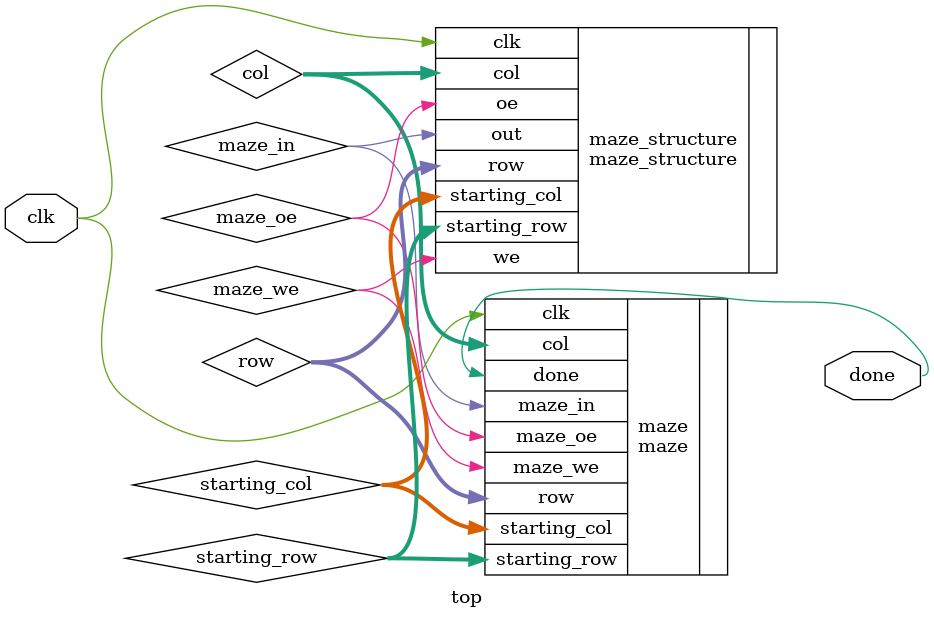
<source format=v>
`timescale 1ns / 1ps

module top(input clk,output done);

wire [5:0] 	starting_col;
wire [5:0] 	starting_row;
wire [5:0] 	col;
wire [5:0] 	row;
wire 		maze_we;
wire 		maze_oe;
wire 		maze_in;

maze maze(	.clk(clk),
				.starting_col(starting_col),
				.starting_row(starting_row),
				.row(row),
				.col(col),
				.maze_oe(maze_oe),
				.maze_we(maze_we),
				.maze_in(maze_in),
				.done(done)	
			);
maze_structure maze_structure(.clk(clk),
										.starting_col(starting_col),
										.starting_row(starting_row),
										.row(row),
										.col(col),
										.oe(maze_oe),
										.we(maze_we),
										.out(maze_in)
										);	
endmodule

</source>
